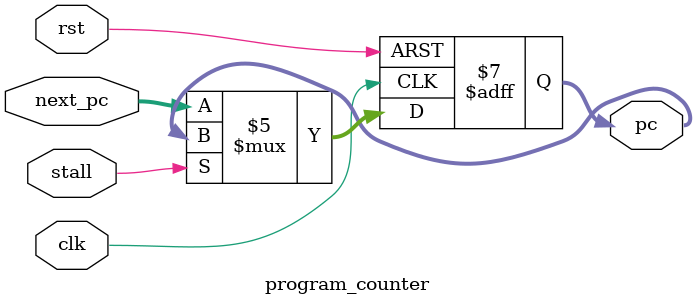
<source format=sv>

module instruction_fetch (
    input  logic        clk,           
    input  logic        rst,           
    input  logic [31:0] branch_target, // Branch target address (for jumps/branches)
    input  logic        branch_taken,  
    input  logic        stall,
    output logic [31:0] pc,            // Current Program Counter (PC)
    output logic [31:0] instruction,   
    output logic [31:0] next_pc
);

    
    always_comb begin
            
        if (branch_taken)
            next_pc = branch_target;
        else 
            next_pc = pc + 4; 
       
    end

    
    program_counter pc_module (
        .clk(clk),
        .rst(rst),
        .stall(stall),
        .next_pc(next_pc),
        .pc(pc)
    );

    
    instruction_memory imem (
        .address(pc),
        .instruction(instruction)
    );

endmodule



//====================================instruction_memory====================================================


module instruction_memory (
    input  logic [31:0] address,          
    output logic [31:0] instruction       
);

    
    logic [31:0] mem [0:1023];

    
    initial begin
        integer i;
        for (i = 0; i < 1024; i = i + 1)
            mem[i] = 32'h00000000; // Default NOP (addi x0, x0, 0)

        // Program Instructions
       // Instruction Memory Content (each mem[i] is a 32-bit word)
       mem[0] = 32'h00000013; // NOP (addi x0, x0, 0)
       mem[1] = 32'h00A00093; // addi x1, x0, 10   ; x1 = 10 == a
       mem[2] = 32'h01400113; // addi x2, x0, 20   ; x2 = 20 == 14
       mem[3] = 32'h002081B3; // add  x3, x1, x2    ; x3 = x1 + x2 = 10 + 20 = 30  ==  1E
       mem[4] = 32'h40210233; // sub  x4, x2, 20    
       
       
       mem[5] = 32'h0020C063; // beq x1, x2, +8 (offset = 2 instructions = 8 bytes)
       mem[6] = 32'hFFF00193; 
       mem[7] = 32'h00300113; 
       
       
       mem[8] = 32'h00508193; // ori  x5, x1, 5     ; x5 = x1 | 5 (bitwise OR)
       mem[9] = 32'h00F10113; // andi x6, x2, 15    ; x6 = x2 & 15 (bitwise AND)
       mem[10] = 32'h03200093; // addi x7, x0, 50   ; x7 = 50
       mem[11] = 32'h00038283; // lw   x8, 0(x7)    ; x8 = MEM[x7] (loads data from memory at address in x7)

    end

    
    assign instruction = mem[address[31:2]]; 

endmodule



//========================================program_counter=====================================================



 module program_counter (
    input  logic        clk,         
    input  logic        rst,         
    input  logic [31:0] next_pc,     
    input logic         stall,
    output logic [31:0] pc           
);

 
    always_ff @(posedge clk or posedge rst) begin
        if (rst)
            pc <= 32'h0000_0000;     
        else if (! stall)
            pc <= next_pc;           
    end

endmodule




</source>
